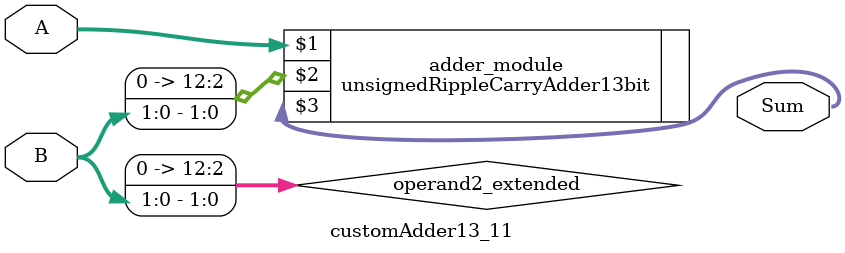
<source format=v>

module customAdder13_11(
                    input [12 : 0] A,
                    input [1 : 0] B,
                    
                    output [13 : 0] Sum
            );

    wire [12 : 0] operand2_extended;
    
    assign operand2_extended =  {11'b0, B};
    
    unsignedRippleCarryAdder13bit adder_module(
        A,
        operand2_extended,
        Sum
    );
    
endmodule
        
</source>
